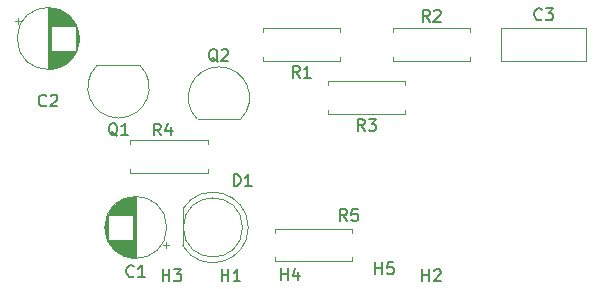
<source format=gbr>
%TF.GenerationSoftware,KiCad,Pcbnew,9.0.0*%
%TF.CreationDate,2025-04-02T21:44:06-06:00*%
%TF.ProjectId,FuzzFace2copy,46757a7a-4661-4636-9532-636f70792e6b,rev?*%
%TF.SameCoordinates,Original*%
%TF.FileFunction,Legend,Top*%
%TF.FilePolarity,Positive*%
%FSLAX46Y46*%
G04 Gerber Fmt 4.6, Leading zero omitted, Abs format (unit mm)*
G04 Created by KiCad (PCBNEW 9.0.0) date 2025-04-02 21:44:06*
%MOMM*%
%LPD*%
G01*
G04 APERTURE LIST*
%ADD10C,0.150000*%
%ADD11C,0.120000*%
G04 APERTURE END LIST*
D10*
X154833333Y-61824819D02*
X154500000Y-61348628D01*
X154261905Y-61824819D02*
X154261905Y-60824819D01*
X154261905Y-60824819D02*
X154642857Y-60824819D01*
X154642857Y-60824819D02*
X154738095Y-60872438D01*
X154738095Y-60872438D02*
X154785714Y-60920057D01*
X154785714Y-60920057D02*
X154833333Y-61015295D01*
X154833333Y-61015295D02*
X154833333Y-61158152D01*
X154833333Y-61158152D02*
X154785714Y-61253390D01*
X154785714Y-61253390D02*
X154738095Y-61301009D01*
X154738095Y-61301009D02*
X154642857Y-61348628D01*
X154642857Y-61348628D02*
X154261905Y-61348628D01*
X155785714Y-61824819D02*
X155214286Y-61824819D01*
X155500000Y-61824819D02*
X155500000Y-60824819D01*
X155500000Y-60824819D02*
X155404762Y-60967676D01*
X155404762Y-60967676D02*
X155309524Y-61062914D01*
X155309524Y-61062914D02*
X155214286Y-61110533D01*
X175333333Y-56859580D02*
X175285714Y-56907200D01*
X175285714Y-56907200D02*
X175142857Y-56954819D01*
X175142857Y-56954819D02*
X175047619Y-56954819D01*
X175047619Y-56954819D02*
X174904762Y-56907200D01*
X174904762Y-56907200D02*
X174809524Y-56811961D01*
X174809524Y-56811961D02*
X174761905Y-56716723D01*
X174761905Y-56716723D02*
X174714286Y-56526247D01*
X174714286Y-56526247D02*
X174714286Y-56383390D01*
X174714286Y-56383390D02*
X174761905Y-56192914D01*
X174761905Y-56192914D02*
X174809524Y-56097676D01*
X174809524Y-56097676D02*
X174904762Y-56002438D01*
X174904762Y-56002438D02*
X175047619Y-55954819D01*
X175047619Y-55954819D02*
X175142857Y-55954819D01*
X175142857Y-55954819D02*
X175285714Y-56002438D01*
X175285714Y-56002438D02*
X175333333Y-56050057D01*
X175666667Y-55954819D02*
X176285714Y-55954819D01*
X176285714Y-55954819D02*
X175952381Y-56335771D01*
X175952381Y-56335771D02*
X176095238Y-56335771D01*
X176095238Y-56335771D02*
X176190476Y-56383390D01*
X176190476Y-56383390D02*
X176238095Y-56431009D01*
X176238095Y-56431009D02*
X176285714Y-56526247D01*
X176285714Y-56526247D02*
X176285714Y-56764342D01*
X176285714Y-56764342D02*
X176238095Y-56859580D01*
X176238095Y-56859580D02*
X176190476Y-56907200D01*
X176190476Y-56907200D02*
X176095238Y-56954819D01*
X176095238Y-56954819D02*
X175809524Y-56954819D01*
X175809524Y-56954819D02*
X175714286Y-56907200D01*
X175714286Y-56907200D02*
X175666667Y-56859580D01*
X149261905Y-70994819D02*
X149261905Y-69994819D01*
X149261905Y-69994819D02*
X149500000Y-69994819D01*
X149500000Y-69994819D02*
X149642857Y-70042438D01*
X149642857Y-70042438D02*
X149738095Y-70137676D01*
X149738095Y-70137676D02*
X149785714Y-70232914D01*
X149785714Y-70232914D02*
X149833333Y-70423390D01*
X149833333Y-70423390D02*
X149833333Y-70566247D01*
X149833333Y-70566247D02*
X149785714Y-70756723D01*
X149785714Y-70756723D02*
X149738095Y-70851961D01*
X149738095Y-70851961D02*
X149642857Y-70947200D01*
X149642857Y-70947200D02*
X149500000Y-70994819D01*
X149500000Y-70994819D02*
X149261905Y-70994819D01*
X150785714Y-70994819D02*
X150214286Y-70994819D01*
X150500000Y-70994819D02*
X150500000Y-69994819D01*
X150500000Y-69994819D02*
X150404762Y-70137676D01*
X150404762Y-70137676D02*
X150309524Y-70232914D01*
X150309524Y-70232914D02*
X150214286Y-70280533D01*
X143083333Y-66704819D02*
X142750000Y-66228628D01*
X142511905Y-66704819D02*
X142511905Y-65704819D01*
X142511905Y-65704819D02*
X142892857Y-65704819D01*
X142892857Y-65704819D02*
X142988095Y-65752438D01*
X142988095Y-65752438D02*
X143035714Y-65800057D01*
X143035714Y-65800057D02*
X143083333Y-65895295D01*
X143083333Y-65895295D02*
X143083333Y-66038152D01*
X143083333Y-66038152D02*
X143035714Y-66133390D01*
X143035714Y-66133390D02*
X142988095Y-66181009D01*
X142988095Y-66181009D02*
X142892857Y-66228628D01*
X142892857Y-66228628D02*
X142511905Y-66228628D01*
X143940476Y-66038152D02*
X143940476Y-66704819D01*
X143702381Y-65657200D02*
X143464286Y-66371485D01*
X143464286Y-66371485D02*
X144083333Y-66371485D01*
X143238095Y-79054819D02*
X143238095Y-78054819D01*
X143238095Y-78531009D02*
X143809523Y-78531009D01*
X143809523Y-79054819D02*
X143809523Y-78054819D01*
X144190476Y-78054819D02*
X144809523Y-78054819D01*
X144809523Y-78054819D02*
X144476190Y-78435771D01*
X144476190Y-78435771D02*
X144619047Y-78435771D01*
X144619047Y-78435771D02*
X144714285Y-78483390D01*
X144714285Y-78483390D02*
X144761904Y-78531009D01*
X144761904Y-78531009D02*
X144809523Y-78626247D01*
X144809523Y-78626247D02*
X144809523Y-78864342D01*
X144809523Y-78864342D02*
X144761904Y-78959580D01*
X144761904Y-78959580D02*
X144714285Y-79007200D01*
X144714285Y-79007200D02*
X144619047Y-79054819D01*
X144619047Y-79054819D02*
X144333333Y-79054819D01*
X144333333Y-79054819D02*
X144238095Y-79007200D01*
X144238095Y-79007200D02*
X144190476Y-78959580D01*
X158833333Y-73954819D02*
X158500000Y-73478628D01*
X158261905Y-73954819D02*
X158261905Y-72954819D01*
X158261905Y-72954819D02*
X158642857Y-72954819D01*
X158642857Y-72954819D02*
X158738095Y-73002438D01*
X158738095Y-73002438D02*
X158785714Y-73050057D01*
X158785714Y-73050057D02*
X158833333Y-73145295D01*
X158833333Y-73145295D02*
X158833333Y-73288152D01*
X158833333Y-73288152D02*
X158785714Y-73383390D01*
X158785714Y-73383390D02*
X158738095Y-73431009D01*
X158738095Y-73431009D02*
X158642857Y-73478628D01*
X158642857Y-73478628D02*
X158261905Y-73478628D01*
X159738095Y-72954819D02*
X159261905Y-72954819D01*
X159261905Y-72954819D02*
X159214286Y-73431009D01*
X159214286Y-73431009D02*
X159261905Y-73383390D01*
X159261905Y-73383390D02*
X159357143Y-73335771D01*
X159357143Y-73335771D02*
X159595238Y-73335771D01*
X159595238Y-73335771D02*
X159690476Y-73383390D01*
X159690476Y-73383390D02*
X159738095Y-73431009D01*
X159738095Y-73431009D02*
X159785714Y-73526247D01*
X159785714Y-73526247D02*
X159785714Y-73764342D01*
X159785714Y-73764342D02*
X159738095Y-73859580D01*
X159738095Y-73859580D02*
X159690476Y-73907200D01*
X159690476Y-73907200D02*
X159595238Y-73954819D01*
X159595238Y-73954819D02*
X159357143Y-73954819D01*
X159357143Y-73954819D02*
X159261905Y-73907200D01*
X159261905Y-73907200D02*
X159214286Y-73859580D01*
X139404761Y-66750057D02*
X139309523Y-66702438D01*
X139309523Y-66702438D02*
X139214285Y-66607200D01*
X139214285Y-66607200D02*
X139071428Y-66464342D01*
X139071428Y-66464342D02*
X138976190Y-66416723D01*
X138976190Y-66416723D02*
X138880952Y-66416723D01*
X138928571Y-66654819D02*
X138833333Y-66607200D01*
X138833333Y-66607200D02*
X138738095Y-66511961D01*
X138738095Y-66511961D02*
X138690476Y-66321485D01*
X138690476Y-66321485D02*
X138690476Y-65988152D01*
X138690476Y-65988152D02*
X138738095Y-65797676D01*
X138738095Y-65797676D02*
X138833333Y-65702438D01*
X138833333Y-65702438D02*
X138928571Y-65654819D01*
X138928571Y-65654819D02*
X139119047Y-65654819D01*
X139119047Y-65654819D02*
X139214285Y-65702438D01*
X139214285Y-65702438D02*
X139309523Y-65797676D01*
X139309523Y-65797676D02*
X139357142Y-65988152D01*
X139357142Y-65988152D02*
X139357142Y-66321485D01*
X139357142Y-66321485D02*
X139309523Y-66511961D01*
X139309523Y-66511961D02*
X139214285Y-66607200D01*
X139214285Y-66607200D02*
X139119047Y-66654819D01*
X139119047Y-66654819D02*
X138928571Y-66654819D01*
X140309523Y-66654819D02*
X139738095Y-66654819D01*
X140023809Y-66654819D02*
X140023809Y-65654819D01*
X140023809Y-65654819D02*
X139928571Y-65797676D01*
X139928571Y-65797676D02*
X139833333Y-65892914D01*
X139833333Y-65892914D02*
X139738095Y-65940533D01*
X165833333Y-57084819D02*
X165500000Y-56608628D01*
X165261905Y-57084819D02*
X165261905Y-56084819D01*
X165261905Y-56084819D02*
X165642857Y-56084819D01*
X165642857Y-56084819D02*
X165738095Y-56132438D01*
X165738095Y-56132438D02*
X165785714Y-56180057D01*
X165785714Y-56180057D02*
X165833333Y-56275295D01*
X165833333Y-56275295D02*
X165833333Y-56418152D01*
X165833333Y-56418152D02*
X165785714Y-56513390D01*
X165785714Y-56513390D02*
X165738095Y-56561009D01*
X165738095Y-56561009D02*
X165642857Y-56608628D01*
X165642857Y-56608628D02*
X165261905Y-56608628D01*
X166214286Y-56180057D02*
X166261905Y-56132438D01*
X166261905Y-56132438D02*
X166357143Y-56084819D01*
X166357143Y-56084819D02*
X166595238Y-56084819D01*
X166595238Y-56084819D02*
X166690476Y-56132438D01*
X166690476Y-56132438D02*
X166738095Y-56180057D01*
X166738095Y-56180057D02*
X166785714Y-56275295D01*
X166785714Y-56275295D02*
X166785714Y-56370533D01*
X166785714Y-56370533D02*
X166738095Y-56513390D01*
X166738095Y-56513390D02*
X166166667Y-57084819D01*
X166166667Y-57084819D02*
X166785714Y-57084819D01*
X160333333Y-66324819D02*
X160000000Y-65848628D01*
X159761905Y-66324819D02*
X159761905Y-65324819D01*
X159761905Y-65324819D02*
X160142857Y-65324819D01*
X160142857Y-65324819D02*
X160238095Y-65372438D01*
X160238095Y-65372438D02*
X160285714Y-65420057D01*
X160285714Y-65420057D02*
X160333333Y-65515295D01*
X160333333Y-65515295D02*
X160333333Y-65658152D01*
X160333333Y-65658152D02*
X160285714Y-65753390D01*
X160285714Y-65753390D02*
X160238095Y-65801009D01*
X160238095Y-65801009D02*
X160142857Y-65848628D01*
X160142857Y-65848628D02*
X159761905Y-65848628D01*
X160666667Y-65324819D02*
X161285714Y-65324819D01*
X161285714Y-65324819D02*
X160952381Y-65705771D01*
X160952381Y-65705771D02*
X161095238Y-65705771D01*
X161095238Y-65705771D02*
X161190476Y-65753390D01*
X161190476Y-65753390D02*
X161238095Y-65801009D01*
X161238095Y-65801009D02*
X161285714Y-65896247D01*
X161285714Y-65896247D02*
X161285714Y-66134342D01*
X161285714Y-66134342D02*
X161238095Y-66229580D01*
X161238095Y-66229580D02*
X161190476Y-66277200D01*
X161190476Y-66277200D02*
X161095238Y-66324819D01*
X161095238Y-66324819D02*
X160809524Y-66324819D01*
X160809524Y-66324819D02*
X160714286Y-66277200D01*
X160714286Y-66277200D02*
X160666667Y-66229580D01*
X161238095Y-78454819D02*
X161238095Y-77454819D01*
X161238095Y-77931009D02*
X161809523Y-77931009D01*
X161809523Y-78454819D02*
X161809523Y-77454819D01*
X162761904Y-77454819D02*
X162285714Y-77454819D01*
X162285714Y-77454819D02*
X162238095Y-77931009D01*
X162238095Y-77931009D02*
X162285714Y-77883390D01*
X162285714Y-77883390D02*
X162380952Y-77835771D01*
X162380952Y-77835771D02*
X162619047Y-77835771D01*
X162619047Y-77835771D02*
X162714285Y-77883390D01*
X162714285Y-77883390D02*
X162761904Y-77931009D01*
X162761904Y-77931009D02*
X162809523Y-78026247D01*
X162809523Y-78026247D02*
X162809523Y-78264342D01*
X162809523Y-78264342D02*
X162761904Y-78359580D01*
X162761904Y-78359580D02*
X162714285Y-78407200D01*
X162714285Y-78407200D02*
X162619047Y-78454819D01*
X162619047Y-78454819D02*
X162380952Y-78454819D01*
X162380952Y-78454819D02*
X162285714Y-78407200D01*
X162285714Y-78407200D02*
X162238095Y-78359580D01*
X165238095Y-79054819D02*
X165238095Y-78054819D01*
X165238095Y-78531009D02*
X165809523Y-78531009D01*
X165809523Y-79054819D02*
X165809523Y-78054819D01*
X166238095Y-78150057D02*
X166285714Y-78102438D01*
X166285714Y-78102438D02*
X166380952Y-78054819D01*
X166380952Y-78054819D02*
X166619047Y-78054819D01*
X166619047Y-78054819D02*
X166714285Y-78102438D01*
X166714285Y-78102438D02*
X166761904Y-78150057D01*
X166761904Y-78150057D02*
X166809523Y-78245295D01*
X166809523Y-78245295D02*
X166809523Y-78340533D01*
X166809523Y-78340533D02*
X166761904Y-78483390D01*
X166761904Y-78483390D02*
X166190476Y-79054819D01*
X166190476Y-79054819D02*
X166809523Y-79054819D01*
X140788446Y-78609580D02*
X140740827Y-78657200D01*
X140740827Y-78657200D02*
X140597970Y-78704819D01*
X140597970Y-78704819D02*
X140502732Y-78704819D01*
X140502732Y-78704819D02*
X140359875Y-78657200D01*
X140359875Y-78657200D02*
X140264637Y-78561961D01*
X140264637Y-78561961D02*
X140217018Y-78466723D01*
X140217018Y-78466723D02*
X140169399Y-78276247D01*
X140169399Y-78276247D02*
X140169399Y-78133390D01*
X140169399Y-78133390D02*
X140217018Y-77942914D01*
X140217018Y-77942914D02*
X140264637Y-77847676D01*
X140264637Y-77847676D02*
X140359875Y-77752438D01*
X140359875Y-77752438D02*
X140502732Y-77704819D01*
X140502732Y-77704819D02*
X140597970Y-77704819D01*
X140597970Y-77704819D02*
X140740827Y-77752438D01*
X140740827Y-77752438D02*
X140788446Y-77800057D01*
X141740827Y-78704819D02*
X141169399Y-78704819D01*
X141455113Y-78704819D02*
X141455113Y-77704819D01*
X141455113Y-77704819D02*
X141359875Y-77847676D01*
X141359875Y-77847676D02*
X141264637Y-77942914D01*
X141264637Y-77942914D02*
X141169399Y-77990533D01*
X148238095Y-79054819D02*
X148238095Y-78054819D01*
X148238095Y-78531009D02*
X148809523Y-78531009D01*
X148809523Y-79054819D02*
X148809523Y-78054819D01*
X149809523Y-79054819D02*
X149238095Y-79054819D01*
X149523809Y-79054819D02*
X149523809Y-78054819D01*
X149523809Y-78054819D02*
X149428571Y-78197676D01*
X149428571Y-78197676D02*
X149333333Y-78292914D01*
X149333333Y-78292914D02*
X149238095Y-78340533D01*
X147904761Y-60490057D02*
X147809523Y-60442438D01*
X147809523Y-60442438D02*
X147714285Y-60347200D01*
X147714285Y-60347200D02*
X147571428Y-60204342D01*
X147571428Y-60204342D02*
X147476190Y-60156723D01*
X147476190Y-60156723D02*
X147380952Y-60156723D01*
X147428571Y-60394819D02*
X147333333Y-60347200D01*
X147333333Y-60347200D02*
X147238095Y-60251961D01*
X147238095Y-60251961D02*
X147190476Y-60061485D01*
X147190476Y-60061485D02*
X147190476Y-59728152D01*
X147190476Y-59728152D02*
X147238095Y-59537676D01*
X147238095Y-59537676D02*
X147333333Y-59442438D01*
X147333333Y-59442438D02*
X147428571Y-59394819D01*
X147428571Y-59394819D02*
X147619047Y-59394819D01*
X147619047Y-59394819D02*
X147714285Y-59442438D01*
X147714285Y-59442438D02*
X147809523Y-59537676D01*
X147809523Y-59537676D02*
X147857142Y-59728152D01*
X147857142Y-59728152D02*
X147857142Y-60061485D01*
X147857142Y-60061485D02*
X147809523Y-60251961D01*
X147809523Y-60251961D02*
X147714285Y-60347200D01*
X147714285Y-60347200D02*
X147619047Y-60394819D01*
X147619047Y-60394819D02*
X147428571Y-60394819D01*
X148238095Y-59490057D02*
X148285714Y-59442438D01*
X148285714Y-59442438D02*
X148380952Y-59394819D01*
X148380952Y-59394819D02*
X148619047Y-59394819D01*
X148619047Y-59394819D02*
X148714285Y-59442438D01*
X148714285Y-59442438D02*
X148761904Y-59490057D01*
X148761904Y-59490057D02*
X148809523Y-59585295D01*
X148809523Y-59585295D02*
X148809523Y-59680533D01*
X148809523Y-59680533D02*
X148761904Y-59823390D01*
X148761904Y-59823390D02*
X148190476Y-60394819D01*
X148190476Y-60394819D02*
X148809523Y-60394819D01*
X153238095Y-78954819D02*
X153238095Y-77954819D01*
X153238095Y-78431009D02*
X153809523Y-78431009D01*
X153809523Y-78954819D02*
X153809523Y-77954819D01*
X154714285Y-78288152D02*
X154714285Y-78954819D01*
X154476190Y-77907200D02*
X154238095Y-78621485D01*
X154238095Y-78621485D02*
X154857142Y-78621485D01*
X133378221Y-64159580D02*
X133330602Y-64207200D01*
X133330602Y-64207200D02*
X133187745Y-64254819D01*
X133187745Y-64254819D02*
X133092507Y-64254819D01*
X133092507Y-64254819D02*
X132949650Y-64207200D01*
X132949650Y-64207200D02*
X132854412Y-64111961D01*
X132854412Y-64111961D02*
X132806793Y-64016723D01*
X132806793Y-64016723D02*
X132759174Y-63826247D01*
X132759174Y-63826247D02*
X132759174Y-63683390D01*
X132759174Y-63683390D02*
X132806793Y-63492914D01*
X132806793Y-63492914D02*
X132854412Y-63397676D01*
X132854412Y-63397676D02*
X132949650Y-63302438D01*
X132949650Y-63302438D02*
X133092507Y-63254819D01*
X133092507Y-63254819D02*
X133187745Y-63254819D01*
X133187745Y-63254819D02*
X133330602Y-63302438D01*
X133330602Y-63302438D02*
X133378221Y-63350057D01*
X133759174Y-63350057D02*
X133806793Y-63302438D01*
X133806793Y-63302438D02*
X133902031Y-63254819D01*
X133902031Y-63254819D02*
X134140126Y-63254819D01*
X134140126Y-63254819D02*
X134235364Y-63302438D01*
X134235364Y-63302438D02*
X134282983Y-63350057D01*
X134282983Y-63350057D02*
X134330602Y-63445295D01*
X134330602Y-63445295D02*
X134330602Y-63540533D01*
X134330602Y-63540533D02*
X134282983Y-63683390D01*
X134282983Y-63683390D02*
X133711555Y-64254819D01*
X133711555Y-64254819D02*
X134330602Y-64254819D01*
D11*
%TO.C,R1*%
X151730000Y-57630000D02*
X151730000Y-57960000D01*
X151730000Y-60370000D02*
X151730000Y-60040000D01*
X158270000Y-57630000D02*
X151730000Y-57630000D01*
X158270000Y-57960000D02*
X158270000Y-57630000D01*
X158270000Y-60040000D02*
X158270000Y-60370000D01*
X158270000Y-60370000D02*
X151730000Y-60370000D01*
%TO.C,C3*%
X171880000Y-57630000D02*
X171880000Y-60370000D01*
X171880000Y-57630000D02*
X179120000Y-57630000D01*
X171880000Y-60370000D02*
X179120000Y-60370000D01*
X179120000Y-57630000D02*
X179120000Y-60370000D01*
%TO.C,D1*%
X144935000Y-72955000D02*
X144935000Y-76045000D01*
X144935000Y-72955170D02*
G75*
G02*
X150485000Y-74499952I2560000J-1544830D01*
G01*
X150485000Y-74500048D02*
G75*
G02*
X144935000Y-76044830I-2990000J48D01*
G01*
X149995000Y-74500000D02*
G75*
G02*
X144995000Y-74500000I-2500000J0D01*
G01*
X144995000Y-74500000D02*
G75*
G02*
X149995000Y-74500000I2500000J0D01*
G01*
%TO.C,R4*%
X140500000Y-67130000D02*
X147040000Y-67130000D01*
X140500000Y-67460000D02*
X140500000Y-67130000D01*
X140500000Y-69540000D02*
X140500000Y-69870000D01*
X140500000Y-69870000D02*
X147040000Y-69870000D01*
X147040000Y-67130000D02*
X147040000Y-67460000D01*
X147040000Y-69870000D02*
X147040000Y-69540000D01*
%TO.C,R5*%
X152730000Y-74630000D02*
X152730000Y-74960000D01*
X152730000Y-77370000D02*
X152730000Y-77040000D01*
X159270000Y-74630000D02*
X152730000Y-74630000D01*
X159270000Y-74960000D02*
X159270000Y-74630000D01*
X159270000Y-77040000D02*
X159270000Y-77370000D01*
X159270000Y-77370000D02*
X152730000Y-77370000D01*
%TO.C,Q1*%
X141300000Y-60790000D02*
X137700000Y-60790000D01*
X139500000Y-65240000D02*
G75*
G02*
X137661522Y-60801522I0J2600000D01*
G01*
X141338478Y-60801522D02*
G75*
G02*
X139500000Y-65240001I-1838478J-1838478D01*
G01*
%TO.C,R2*%
X162730000Y-57630000D02*
X169270000Y-57630000D01*
X162730000Y-57960000D02*
X162730000Y-57630000D01*
X162730000Y-60040000D02*
X162730000Y-60370000D01*
X162730000Y-60370000D02*
X169270000Y-60370000D01*
X169270000Y-57630000D02*
X169270000Y-57960000D01*
X169270000Y-60370000D02*
X169270000Y-60040000D01*
%TO.C,R3*%
X157230000Y-62130000D02*
X157230000Y-62460000D01*
X157230000Y-64870000D02*
X157230000Y-64540000D01*
X163770000Y-62130000D02*
X157230000Y-62130000D01*
X163770000Y-62460000D02*
X163770000Y-62130000D01*
X163770000Y-64540000D02*
X163770000Y-64870000D01*
X163770000Y-64870000D02*
X157230000Y-64870000D01*
%TO.C,C1*%
X138354113Y-74784000D02*
X138354113Y-74216000D01*
X138394113Y-75018000D02*
X138394113Y-73982000D01*
X138434113Y-75177000D02*
X138434113Y-73823000D01*
X138474113Y-75305000D02*
X138474113Y-73695000D01*
X138514113Y-75415000D02*
X138514113Y-73585000D01*
X138554113Y-75511000D02*
X138554113Y-73489000D01*
X138594113Y-75598000D02*
X138594113Y-73402000D01*
X138634113Y-75678000D02*
X138634113Y-73322000D01*
X138674113Y-73460000D02*
X138674113Y-73249000D01*
X138674113Y-75751000D02*
X138674113Y-75540000D01*
X138714113Y-73460000D02*
X138714113Y-73181000D01*
X138714113Y-75819000D02*
X138714113Y-75540000D01*
X138754113Y-73460000D02*
X138754113Y-73117000D01*
X138754113Y-75883000D02*
X138754113Y-75540000D01*
X138794113Y-73460000D02*
X138794113Y-73057000D01*
X138794113Y-75943000D02*
X138794113Y-75540000D01*
X138834113Y-73460000D02*
X138834113Y-73000000D01*
X138834113Y-76000000D02*
X138834113Y-75540000D01*
X138874113Y-73460000D02*
X138874113Y-72946000D01*
X138874113Y-76054000D02*
X138874113Y-75540000D01*
X138914113Y-73460000D02*
X138914113Y-72895000D01*
X138914113Y-76105000D02*
X138914113Y-75540000D01*
X138954113Y-73460000D02*
X138954113Y-72847000D01*
X138954113Y-76153000D02*
X138954113Y-75540000D01*
X138994113Y-73460000D02*
X138994113Y-72801000D01*
X138994113Y-76199000D02*
X138994113Y-75540000D01*
X139034113Y-73460000D02*
X139034113Y-72757000D01*
X139034113Y-76243000D02*
X139034113Y-75540000D01*
X139074113Y-73460000D02*
X139074113Y-72715000D01*
X139074113Y-76285000D02*
X139074113Y-75540000D01*
X139114113Y-73460000D02*
X139114113Y-72674000D01*
X139114113Y-76326000D02*
X139114113Y-75540000D01*
X139154113Y-73460000D02*
X139154113Y-72636000D01*
X139154113Y-76364000D02*
X139154113Y-75540000D01*
X139194113Y-73460000D02*
X139194113Y-72599000D01*
X139194113Y-76401000D02*
X139194113Y-75540000D01*
X139234113Y-73460000D02*
X139234113Y-72563000D01*
X139234113Y-76437000D02*
X139234113Y-75540000D01*
X139274113Y-73460000D02*
X139274113Y-72529000D01*
X139274113Y-76471000D02*
X139274113Y-75540000D01*
X139314113Y-73460000D02*
X139314113Y-72496000D01*
X139314113Y-76504000D02*
X139314113Y-75540000D01*
X139354113Y-73460000D02*
X139354113Y-72465000D01*
X139354113Y-76535000D02*
X139354113Y-75540000D01*
X139394113Y-73460000D02*
X139394113Y-72435000D01*
X139394113Y-76565000D02*
X139394113Y-75540000D01*
X139434113Y-73460000D02*
X139434113Y-72405000D01*
X139434113Y-76595000D02*
X139434113Y-75540000D01*
X139474113Y-73460000D02*
X139474113Y-72378000D01*
X139474113Y-76622000D02*
X139474113Y-75540000D01*
X139514113Y-73460000D02*
X139514113Y-72351000D01*
X139514113Y-76649000D02*
X139514113Y-75540000D01*
X139554113Y-73460000D02*
X139554113Y-72325000D01*
X139554113Y-76675000D02*
X139554113Y-75540000D01*
X139594113Y-73460000D02*
X139594113Y-72300000D01*
X139594113Y-76700000D02*
X139594113Y-75540000D01*
X139634113Y-73460000D02*
X139634113Y-72276000D01*
X139634113Y-76724000D02*
X139634113Y-75540000D01*
X139674113Y-73460000D02*
X139674113Y-72253000D01*
X139674113Y-76747000D02*
X139674113Y-75540000D01*
X139714113Y-73460000D02*
X139714113Y-72232000D01*
X139714113Y-76768000D02*
X139714113Y-75540000D01*
X139754113Y-73460000D02*
X139754113Y-72210000D01*
X139754113Y-76790000D02*
X139754113Y-75540000D01*
X139794113Y-73460000D02*
X139794113Y-72190000D01*
X139794113Y-76810000D02*
X139794113Y-75540000D01*
X139834113Y-73460000D02*
X139834113Y-72171000D01*
X139834113Y-76829000D02*
X139834113Y-75540000D01*
X139874113Y-73460000D02*
X139874113Y-72152000D01*
X139874113Y-76848000D02*
X139874113Y-75540000D01*
X139914113Y-73460000D02*
X139914113Y-72135000D01*
X139914113Y-76865000D02*
X139914113Y-75540000D01*
X139954113Y-73460000D02*
X139954113Y-72118000D01*
X139954113Y-76882000D02*
X139954113Y-75540000D01*
X139994113Y-73460000D02*
X139994113Y-72102000D01*
X139994113Y-76898000D02*
X139994113Y-75540000D01*
X140034113Y-73460000D02*
X140034113Y-72086000D01*
X140034113Y-76914000D02*
X140034113Y-75540000D01*
X140074113Y-73460000D02*
X140074113Y-72072000D01*
X140074113Y-76928000D02*
X140074113Y-75540000D01*
X140114113Y-73460000D02*
X140114113Y-72058000D01*
X140114113Y-76942000D02*
X140114113Y-75540000D01*
X140154113Y-73460000D02*
X140154113Y-72045000D01*
X140154113Y-76955000D02*
X140154113Y-75540000D01*
X140194113Y-73460000D02*
X140194113Y-72032000D01*
X140194113Y-76968000D02*
X140194113Y-75540000D01*
X140234113Y-73460000D02*
X140234113Y-72020000D01*
X140234113Y-76980000D02*
X140234113Y-75540000D01*
X140275113Y-73460000D02*
X140275113Y-72009000D01*
X140275113Y-76991000D02*
X140275113Y-75540000D01*
X140315113Y-73460000D02*
X140315113Y-71999000D01*
X140315113Y-77001000D02*
X140315113Y-75540000D01*
X140355113Y-73460000D02*
X140355113Y-71989000D01*
X140355113Y-77011000D02*
X140355113Y-75540000D01*
X140395113Y-73460000D02*
X140395113Y-71980000D01*
X140395113Y-77020000D02*
X140395113Y-75540000D01*
X140435113Y-73460000D02*
X140435113Y-71972000D01*
X140435113Y-77028000D02*
X140435113Y-75540000D01*
X140475113Y-73460000D02*
X140475113Y-71964000D01*
X140475113Y-77036000D02*
X140475113Y-75540000D01*
X140515113Y-73460000D02*
X140515113Y-71957000D01*
X140515113Y-77043000D02*
X140515113Y-75540000D01*
X140555113Y-73460000D02*
X140555113Y-71950000D01*
X140555113Y-77050000D02*
X140555113Y-75540000D01*
X140595113Y-73460000D02*
X140595113Y-71944000D01*
X140595113Y-77056000D02*
X140595113Y-75540000D01*
X140635113Y-73460000D02*
X140635113Y-71939000D01*
X140635113Y-77061000D02*
X140635113Y-75540000D01*
X140675113Y-73460000D02*
X140675113Y-71935000D01*
X140675113Y-77065000D02*
X140675113Y-75540000D01*
X140715113Y-73460000D02*
X140715113Y-71931000D01*
X140715113Y-77069000D02*
X140715113Y-75540000D01*
X140755113Y-77073000D02*
X140755113Y-71927000D01*
X140795113Y-77076000D02*
X140795113Y-71924000D01*
X140835113Y-77078000D02*
X140835113Y-71922000D01*
X140875113Y-77079000D02*
X140875113Y-71921000D01*
X140915113Y-77080000D02*
X140915113Y-71920000D01*
X140955113Y-77080000D02*
X140955113Y-71920000D01*
X143509888Y-76225000D02*
X143509888Y-75725000D01*
X143759888Y-75975000D02*
X143259888Y-75975000D01*
X143575113Y-74500000D02*
G75*
G02*
X138335113Y-74500000I-2620000J0D01*
G01*
X138335113Y-74500000D02*
G75*
G02*
X143575113Y-74500000I2620000J0D01*
G01*
%TO.C,Q2*%
X146200000Y-65350000D02*
X149800000Y-65350000D01*
X146161522Y-65338478D02*
G75*
G02*
X148000000Y-60899999I1838478J1838478D01*
G01*
X148000000Y-60900000D02*
G75*
G02*
X149838478Y-65338478I0J-2600000D01*
G01*
%TO.C,C2*%
X130740113Y-57025000D02*
X131240113Y-57025000D01*
X130990113Y-56775000D02*
X130990113Y-57275000D01*
X133544888Y-55920000D02*
X133544888Y-61080000D01*
X133584888Y-55920000D02*
X133584888Y-61080000D01*
X133624888Y-55921000D02*
X133624888Y-61079000D01*
X133664888Y-55922000D02*
X133664888Y-61078000D01*
X133704888Y-55924000D02*
X133704888Y-61076000D01*
X133744888Y-55927000D02*
X133744888Y-61073000D01*
X133784888Y-55931000D02*
X133784888Y-57460000D01*
X133784888Y-59540000D02*
X133784888Y-61069000D01*
X133824888Y-55935000D02*
X133824888Y-57460000D01*
X133824888Y-59540000D02*
X133824888Y-61065000D01*
X133864888Y-55939000D02*
X133864888Y-57460000D01*
X133864888Y-59540000D02*
X133864888Y-61061000D01*
X133904888Y-55944000D02*
X133904888Y-57460000D01*
X133904888Y-59540000D02*
X133904888Y-61056000D01*
X133944888Y-55950000D02*
X133944888Y-57460000D01*
X133944888Y-59540000D02*
X133944888Y-61050000D01*
X133984888Y-55957000D02*
X133984888Y-57460000D01*
X133984888Y-59540000D02*
X133984888Y-61043000D01*
X134024888Y-55964000D02*
X134024888Y-57460000D01*
X134024888Y-59540000D02*
X134024888Y-61036000D01*
X134064888Y-55972000D02*
X134064888Y-57460000D01*
X134064888Y-59540000D02*
X134064888Y-61028000D01*
X134104888Y-55980000D02*
X134104888Y-57460000D01*
X134104888Y-59540000D02*
X134104888Y-61020000D01*
X134144888Y-55989000D02*
X134144888Y-57460000D01*
X134144888Y-59540000D02*
X134144888Y-61011000D01*
X134184888Y-55999000D02*
X134184888Y-57460000D01*
X134184888Y-59540000D02*
X134184888Y-61001000D01*
X134224888Y-56009000D02*
X134224888Y-57460000D01*
X134224888Y-59540000D02*
X134224888Y-60991000D01*
X134265888Y-56020000D02*
X134265888Y-57460000D01*
X134265888Y-59540000D02*
X134265888Y-60980000D01*
X134305888Y-56032000D02*
X134305888Y-57460000D01*
X134305888Y-59540000D02*
X134305888Y-60968000D01*
X134345888Y-56045000D02*
X134345888Y-57460000D01*
X134345888Y-59540000D02*
X134345888Y-60955000D01*
X134385888Y-56058000D02*
X134385888Y-57460000D01*
X134385888Y-59540000D02*
X134385888Y-60942000D01*
X134425888Y-56072000D02*
X134425888Y-57460000D01*
X134425888Y-59540000D02*
X134425888Y-60928000D01*
X134465888Y-56086000D02*
X134465888Y-57460000D01*
X134465888Y-59540000D02*
X134465888Y-60914000D01*
X134505888Y-56102000D02*
X134505888Y-57460000D01*
X134505888Y-59540000D02*
X134505888Y-60898000D01*
X134545888Y-56118000D02*
X134545888Y-57460000D01*
X134545888Y-59540000D02*
X134545888Y-60882000D01*
X134585888Y-56135000D02*
X134585888Y-57460000D01*
X134585888Y-59540000D02*
X134585888Y-60865000D01*
X134625888Y-56152000D02*
X134625888Y-57460000D01*
X134625888Y-59540000D02*
X134625888Y-60848000D01*
X134665888Y-56171000D02*
X134665888Y-57460000D01*
X134665888Y-59540000D02*
X134665888Y-60829000D01*
X134705888Y-56190000D02*
X134705888Y-57460000D01*
X134705888Y-59540000D02*
X134705888Y-60810000D01*
X134745888Y-56210000D02*
X134745888Y-57460000D01*
X134745888Y-59540000D02*
X134745888Y-60790000D01*
X134785888Y-56232000D02*
X134785888Y-57460000D01*
X134785888Y-59540000D02*
X134785888Y-60768000D01*
X134825888Y-56253000D02*
X134825888Y-57460000D01*
X134825888Y-59540000D02*
X134825888Y-60747000D01*
X134865888Y-56276000D02*
X134865888Y-57460000D01*
X134865888Y-59540000D02*
X134865888Y-60724000D01*
X134905888Y-56300000D02*
X134905888Y-57460000D01*
X134905888Y-59540000D02*
X134905888Y-60700000D01*
X134945888Y-56325000D02*
X134945888Y-57460000D01*
X134945888Y-59540000D02*
X134945888Y-60675000D01*
X134985888Y-56351000D02*
X134985888Y-57460000D01*
X134985888Y-59540000D02*
X134985888Y-60649000D01*
X135025888Y-56378000D02*
X135025888Y-57460000D01*
X135025888Y-59540000D02*
X135025888Y-60622000D01*
X135065888Y-56405000D02*
X135065888Y-57460000D01*
X135065888Y-59540000D02*
X135065888Y-60595000D01*
X135105888Y-56435000D02*
X135105888Y-57460000D01*
X135105888Y-59540000D02*
X135105888Y-60565000D01*
X135145888Y-56465000D02*
X135145888Y-57460000D01*
X135145888Y-59540000D02*
X135145888Y-60535000D01*
X135185888Y-56496000D02*
X135185888Y-57460000D01*
X135185888Y-59540000D02*
X135185888Y-60504000D01*
X135225888Y-56529000D02*
X135225888Y-57460000D01*
X135225888Y-59540000D02*
X135225888Y-60471000D01*
X135265888Y-56563000D02*
X135265888Y-57460000D01*
X135265888Y-59540000D02*
X135265888Y-60437000D01*
X135305888Y-56599000D02*
X135305888Y-57460000D01*
X135305888Y-59540000D02*
X135305888Y-60401000D01*
X135345888Y-56636000D02*
X135345888Y-57460000D01*
X135345888Y-59540000D02*
X135345888Y-60364000D01*
X135385888Y-56674000D02*
X135385888Y-57460000D01*
X135385888Y-59540000D02*
X135385888Y-60326000D01*
X135425888Y-56715000D02*
X135425888Y-57460000D01*
X135425888Y-59540000D02*
X135425888Y-60285000D01*
X135465888Y-56757000D02*
X135465888Y-57460000D01*
X135465888Y-59540000D02*
X135465888Y-60243000D01*
X135505888Y-56801000D02*
X135505888Y-57460000D01*
X135505888Y-59540000D02*
X135505888Y-60199000D01*
X135545888Y-56847000D02*
X135545888Y-57460000D01*
X135545888Y-59540000D02*
X135545888Y-60153000D01*
X135585888Y-56895000D02*
X135585888Y-57460000D01*
X135585888Y-59540000D02*
X135585888Y-60105000D01*
X135625888Y-56946000D02*
X135625888Y-57460000D01*
X135625888Y-59540000D02*
X135625888Y-60054000D01*
X135665888Y-57000000D02*
X135665888Y-57460000D01*
X135665888Y-59540000D02*
X135665888Y-60000000D01*
X135705888Y-57057000D02*
X135705888Y-57460000D01*
X135705888Y-59540000D02*
X135705888Y-59943000D01*
X135745888Y-57117000D02*
X135745888Y-57460000D01*
X135745888Y-59540000D02*
X135745888Y-59883000D01*
X135785888Y-57181000D02*
X135785888Y-57460000D01*
X135785888Y-59540000D02*
X135785888Y-59819000D01*
X135825888Y-57249000D02*
X135825888Y-57460000D01*
X135825888Y-59540000D02*
X135825888Y-59751000D01*
X135865888Y-57322000D02*
X135865888Y-59678000D01*
X135905888Y-57402000D02*
X135905888Y-59598000D01*
X135945888Y-57489000D02*
X135945888Y-59511000D01*
X135985888Y-57585000D02*
X135985888Y-59415000D01*
X136025888Y-57695000D02*
X136025888Y-59305000D01*
X136065888Y-57823000D02*
X136065888Y-59177000D01*
X136105888Y-57982000D02*
X136105888Y-59018000D01*
X136145888Y-58216000D02*
X136145888Y-58784000D01*
X136164888Y-58500000D02*
G75*
G02*
X130924888Y-58500000I-2620000J0D01*
G01*
X130924888Y-58500000D02*
G75*
G02*
X136164888Y-58500000I2620000J0D01*
G01*
%TD*%
M02*

</source>
